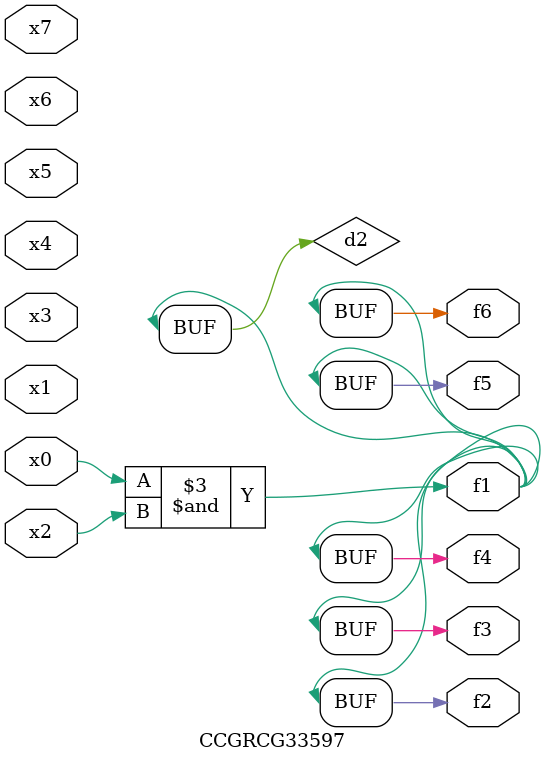
<source format=v>
module CCGRCG33597(
	input x0, x1, x2, x3, x4, x5, x6, x7,
	output f1, f2, f3, f4, f5, f6
);

	wire d1, d2;

	nor (d1, x3, x6);
	and (d2, x0, x2);
	assign f1 = d2;
	assign f2 = d2;
	assign f3 = d2;
	assign f4 = d2;
	assign f5 = d2;
	assign f6 = d2;
endmodule

</source>
